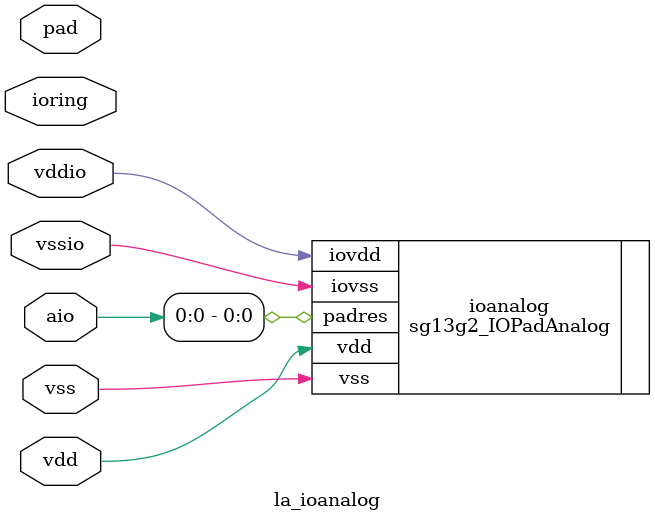
<source format=v>
module la_ioanalog #(
    parameter PROP  = "DEFAULT",  // cell type
    parameter SIDE  = "NO",       // "NO", "SO", "EA", "WE"
    parameter RINGW = 8           // width of io ring
) (  // io pad signals
    inout             pad,     // bidirectional pad signal
    inout             vdd,     // core supply
    inout             vss,     // core ground
    inout             vddio,   // io supply
    inout             vssio,   // io ground
    inout [RINGW-1:0] ioring,  // generic io-ring interface
    // core interface
    inout [      2:0] aio      // analog core signal
);

  sg13g2_IOPadAnalog ioanalog (
      .padres(aio[0]),
      .iovdd(vddio),
      .iovss(vssio),
      .vdd(vdd),
      .vss(vss)
  );

endmodule

</source>
